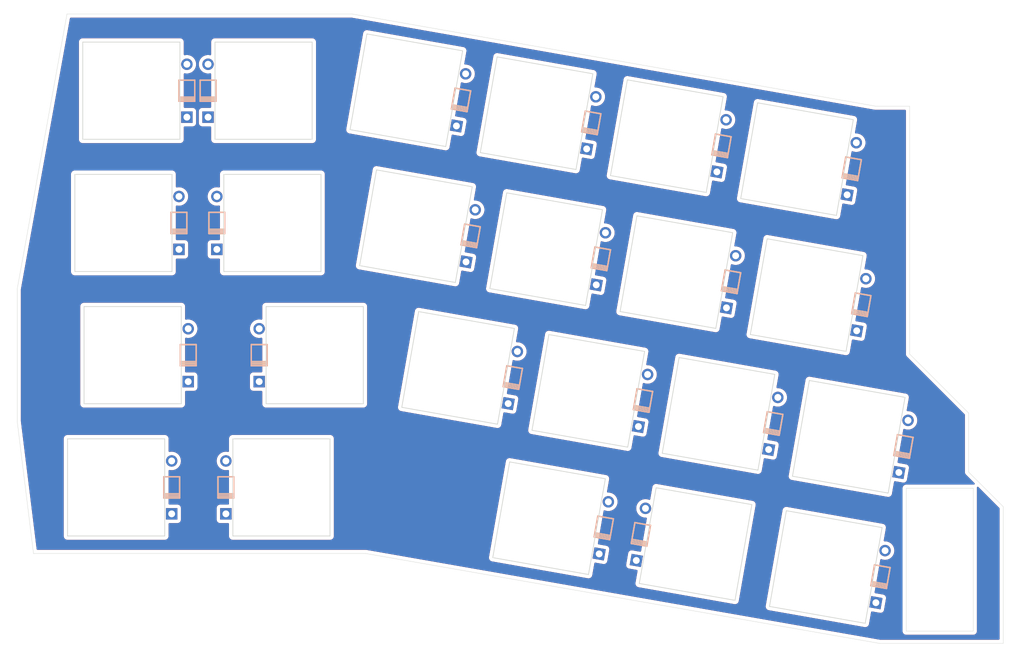
<source format=kicad_pcb>
(kicad_pcb (version 20171130) (host pcbnew 5.1.9)
  (layers (0 F.Cu signal) (31 B.Cu signal) (34 B.Paste user) (35 F.Paste user) (36 B.SilkS user) (37 F.SilkS user) (38 B.Mask user) (39 F.Mask user) (44 Edge.Cuts user))
  (net 0 "")
  (net 1 "Net-(D1-Pad2)")
  (net 2 "Net-(D2-Pad2)")
  (net 3 "Net-(D3-Pad2)")
  (net 4 "Net-(D5-Pad2)")
  (net 5 "Net-(D6-Pad2)")
  (net 6 "Net-(D7-Pad2)")
  (net 7 "Net-(D10-Pad2)")
  (net 8 "Net-(D11-Pad2)")
  (net 9 "Net-(D12-Pad2)")
  (net 10 "Net-(D15-Pad2)")
  (net 11 "Net-(D16-Pad2)")
  (net 12 "Net-(D17-Pad2)")
  (net 13 "Net-(D4-Pad2)")
  (net 14 "Net-(D8-Pad2)")
  (net 15 "Net-(D9-Pad2)")
  (net 16 "Net-(D13-Pad2)")
  (net 17 "Net-(D14-Pad2)")
  (net 18 "Net-(D18-Pad2)")
  (net 19 ROW0)
  (net 20 ROW1)
  (net 21 ROW2)
  (net 22 ROW3)
  (net 23 "Net-(D19-Pad2)")
  (net 24 "Net-(D20-Pad2)")
  (net 25 "Net-(D21-Pad2)")
  (net 26 "Net-(D22-Pad2)")
  (net 27 "Net-(D23-Pad2)")
  (module footprints:hole-switch (layer F.Cu) (at 16.5735 66.167)
    (fp_text reference SW13 hide)
    (fp_text value switch hide)
    (fp_line (start -7 7) (end -7 -7) (layer Edge.Cuts) (width 0.1))
    (fp_line (start 7 7) (end -7 7) (layer Edge.Cuts) (width 0.1))
    (fp_line (start 7 -7) (end 7 7) (layer Edge.Cuts) (width 0.1))
    (fp_line (start -7 -7) (end 7 -7) (layer Edge.Cuts) (width 0.1))
  )
  (module footprints:hole-switch (layer F.Cu) (at 76.5617 89.6569 350)
    (fp_text reference SW21 hide)
    (fp_text value switch hide)
    (fp_line (start -7 7) (end -7 -7) (layer Edge.Cuts) (width 0.1))
    (fp_line (start 7 7) (end -7 7) (layer Edge.Cuts) (width 0.1))
    (fp_line (start 7 -7) (end 7 7) (layer Edge.Cuts) (width 0.1))
    (fp_line (start -7 -7) (end 7 -7) (layer Edge.Cuts) (width 0.1))
  )
  (module footprints:hole-switch (layer F.Cu) (at 38.00475 85.217)
    (fp_text reference SW20 hide)
    (fp_text value switch hide)
    (fp_line (start -7 7) (end -7 -7) (layer Edge.Cuts) (width 0.1))
    (fp_line (start 7 7) (end -7 7) (layer Edge.Cuts) (width 0.1))
    (fp_line (start 7 -7) (end 7 7) (layer Edge.Cuts) (width 0.1))
    (fp_line (start -7 -7) (end 7 -7) (layer Edge.Cuts) (width 0.1))
  )
  (module footprints:hole-switch (layer F.Cu) (at 14.19225 85.217)
    (fp_text reference SW19 hide)
    (fp_text value switch hide)
    (fp_line (start -7 7) (end -7 -7) (layer Edge.Cuts) (width 0.1))
    (fp_line (start 7 7) (end -7 7) (layer Edge.Cuts) (width 0.1))
    (fp_line (start 7 -7) (end 7 7) (layer Edge.Cuts) (width 0.1))
    (fp_line (start -7 -7) (end 7 -7) (layer Edge.Cuts) (width 0.1))
  )
  (module footprints:hole-switch (layer F.Cu) (at 15.24 47.117)
    (fp_text reference SW7 hide)
    (fp_text value switch hide)
    (fp_line (start -7 7) (end -7 -7) (layer Edge.Cuts) (width 0.1))
    (fp_line (start 7 7) (end -7 7) (layer Edge.Cuts) (width 0.1))
    (fp_line (start 7 -7) (end 7 7) (layer Edge.Cuts) (width 0.1))
    (fp_line (start -7 -7) (end 7 -7) (layer Edge.Cuts) (width 0.1))
  )
  (module footprints:hole-switch (layer F.Cu) (at 36.703 47.117)
    (fp_text reference SW8 hide)
    (fp_text value switch hide)
    (fp_line (start -7 7) (end -7 -7) (layer Edge.Cuts) (width 0.1))
    (fp_line (start 7 7) (end -7 7) (layer Edge.Cuts) (width 0.1))
    (fp_line (start 7 -7) (end 7 7) (layer Edge.Cuts) (width 0.1))
    (fp_line (start -7 -7) (end 7 -7) (layer Edge.Cuts) (width 0.1))
  )
  (module footprints:hole-switch (layer F.Cu) (at 116.428063 96.686578 170)
    (fp_text reference SW23 hide)
    (fp_text value switch hide)
    (fp_line (start -7 7) (end -7 -7) (layer Edge.Cuts) (width 0.1))
    (fp_line (start 7 7) (end -7 7) (layer Edge.Cuts) (width 0.1))
    (fp_line (start 7 -7) (end 7 7) (layer Edge.Cuts) (width 0.1))
    (fp_line (start -7 -7) (end 7 -7) (layer Edge.Cuts) (width 0.1))
  )
  (module footprints:hole-switch (layer F.Cu) (at 119.736061 77.925991 350)
    (fp_text reference SW18 hide)
    (fp_text value switch hide)
    (fp_line (start -7 7) (end -7 -7) (layer Edge.Cuts) (width 0.1))
    (fp_line (start 7 7) (end -7 7) (layer Edge.Cuts) (width 0.1))
    (fp_line (start 7 -7) (end 7 7) (layer Edge.Cuts) (width 0.1))
    (fp_line (start -7 -7) (end 7 -7) (layer Edge.Cuts) (width 0.1))
  )
  (module footprints:hole-switch (layer F.Cu) (at 113.663861 57.511491 350)
    (fp_text reference SW12 hide)
    (fp_text value switch hide)
    (fp_line (start -7 7) (end -7 -7) (layer Edge.Cuts) (width 0.1))
    (fp_line (start 7 7) (end -7 7) (layer Edge.Cuts) (width 0.1))
    (fp_line (start 7 -7) (end 7 7) (layer Edge.Cuts) (width 0.1))
    (fp_line (start -7 -7) (end 7 -7) (layer Edge.Cuts) (width 0.1))
  )
  (module footprints:hole-switch (layer F.Cu) (at 112.281761 37.923991 350)
    (fp_text reference SW6 hide)
    (fp_text value switch hide)
    (fp_line (start -7 7) (end -7 -7) (layer Edge.Cuts) (width 0.1))
    (fp_line (start 7 7) (end -7 7) (layer Edge.Cuts) (width 0.1))
    (fp_line (start 7 -7) (end 7 7) (layer Edge.Cuts) (width 0.1))
    (fp_line (start -7 -7) (end 7 -7) (layer Edge.Cuts) (width 0.1))
  )
  (module footprints:hole-switch (layer F.Cu) (at 97.667476 93.378581 350)
    (fp_text reference SW22 hide)
    (fp_text value switch hide)
    (fp_line (start -7 7) (end -7 -7) (layer Edge.Cuts) (width 0.1))
    (fp_line (start 7 7) (end -7 7) (layer Edge.Cuts) (width 0.1))
    (fp_line (start 7 -7) (end 7 7) (layer Edge.Cuts) (width 0.1))
    (fp_line (start -7 -7) (end 7 -7) (layer Edge.Cuts) (width 0.1))
  )
  (module footprints:hole-switch (layer F.Cu) (at 100.975474 74.617994 350)
    (fp_text reference SW17 hide)
    (fp_text value switch hide)
    (fp_line (start -7 7) (end -7 -7) (layer Edge.Cuts) (width 0.1))
    (fp_line (start 7 7) (end -7 7) (layer Edge.Cuts) (width 0.1))
    (fp_line (start 7 -7) (end 7 7) (layer Edge.Cuts) (width 0.1))
    (fp_line (start -7 -7) (end 7 -7) (layer Edge.Cuts) (width 0.1))
  )
  (module footprints:hole-switch (layer F.Cu) (at 94.903274 54.203494 350)
    (fp_text reference SW11 hide)
    (fp_text value switch hide)
    (fp_line (start -7 7) (end -7 -7) (layer Edge.Cuts) (width 0.1))
    (fp_line (start 7 7) (end -7 7) (layer Edge.Cuts) (width 0.1))
    (fp_line (start 7 -7) (end 7 7) (layer Edge.Cuts) (width 0.1))
    (fp_line (start -7 -7) (end 7 -7) (layer Edge.Cuts) (width 0.1))
  )
  (module footprints:hole-switch (layer F.Cu) (at 93.521174 34.615994 350)
    (fp_text reference SW5 hide)
    (fp_text value switch hide)
    (fp_line (start -7 7) (end -7 -7) (layer Edge.Cuts) (width 0.1))
    (fp_line (start 7 7) (end -7 7) (layer Edge.Cuts) (width 0.1))
    (fp_line (start 7 -7) (end 7 7) (layer Edge.Cuts) (width 0.1))
    (fp_line (start -7 -7) (end 7 -7) (layer Edge.Cuts) (width 0.1))
  )
  (module footprints:hole-switch (layer F.Cu) (at 82.214887 71.309997 350)
    (fp_text reference SW16 hide)
    (fp_text value switch hide)
    (fp_line (start -7 7) (end -7 -7) (layer Edge.Cuts) (width 0.1))
    (fp_line (start 7 7) (end -7 7) (layer Edge.Cuts) (width 0.1))
    (fp_line (start 7 -7) (end 7 7) (layer Edge.Cuts) (width 0.1))
    (fp_line (start -7 -7) (end 7 -7) (layer Edge.Cuts) (width 0.1))
  )
  (module footprints:hole-switch (layer F.Cu) (at 76.142687 50.895497 350)
    (fp_text reference SW10 hide)
    (fp_text value switch hide)
    (fp_line (start -7 7) (end -7 -7) (layer Edge.Cuts) (width 0.1))
    (fp_line (start 7 7) (end -7 7) (layer Edge.Cuts) (width 0.1))
    (fp_line (start 7 -7) (end 7 7) (layer Edge.Cuts) (width 0.1))
    (fp_line (start -7 -7) (end 7 -7) (layer Edge.Cuts) (width 0.1))
  )
  (module footprints:hole-switch (layer F.Cu) (at 74.760587 31.307997 350)
    (fp_text reference SW4 hide)
    (fp_text value switch hide)
    (fp_line (start -7 7) (end -7 -7) (layer Edge.Cuts) (width 0.1))
    (fp_line (start 7 7) (end -7 7) (layer Edge.Cuts) (width 0.1))
    (fp_line (start 7 -7) (end 7 7) (layer Edge.Cuts) (width 0.1))
    (fp_line (start -7 -7) (end 7 -7) (layer Edge.Cuts) (width 0.1))
  )
  (module footprints:hole-switch (layer F.Cu) (at 63.4543 68.002 350)
    (fp_text reference SW15 hide)
    (fp_text value switch hide)
    (fp_line (start -7 7) (end -7 -7) (layer Edge.Cuts) (width 0.1))
    (fp_line (start 7 7) (end -7 7) (layer Edge.Cuts) (width 0.1))
    (fp_line (start 7 -7) (end 7 7) (layer Edge.Cuts) (width 0.1))
    (fp_line (start -7 -7) (end 7 -7) (layer Edge.Cuts) (width 0.1))
  )
  (module footprints:hole-switch (layer F.Cu) (at 57.3821 47.5875 350)
    (fp_text reference SW9 hide)
    (fp_text value switch hide)
    (fp_line (start -7 7) (end -7 -7) (layer Edge.Cuts) (width 0.1))
    (fp_line (start 7 7) (end -7 7) (layer Edge.Cuts) (width 0.1))
    (fp_line (start 7 -7) (end 7 7) (layer Edge.Cuts) (width 0.1))
    (fp_line (start -7 -7) (end 7 -7) (layer Edge.Cuts) (width 0.1))
  )
  (module footprints:hole-switch (layer F.Cu) (at 56 28 350)
    (fp_text reference SW3 hide)
    (fp_text value switch hide)
    (fp_line (start -7 7) (end -7 -7) (layer Edge.Cuts) (width 0.1))
    (fp_line (start 7 7) (end -7 7) (layer Edge.Cuts) (width 0.1))
    (fp_line (start 7 -7) (end 7 7) (layer Edge.Cuts) (width 0.1))
    (fp_line (start -7 -7) (end 7 -7) (layer Edge.Cuts) (width 0.1))
  )
  (module footprints:hole-switch (layer F.Cu) (at 42.799 66.167)
    (fp_text reference SW14 hide)
    (fp_text value switch hide)
    (fp_line (start -7 7) (end -7 -7) (layer Edge.Cuts) (width 0.1))
    (fp_line (start 7 7) (end -7 7) (layer Edge.Cuts) (width 0.1))
    (fp_line (start 7 -7) (end 7 7) (layer Edge.Cuts) (width 0.1))
    (fp_line (start -7 -7) (end 7 -7) (layer Edge.Cuts) (width 0.1))
  )
  (module footprints:hole-switch (layer F.Cu) (at 35.433 28.067)
    (fp_text reference SW2 hide)
    (fp_text value switch hide)
    (fp_line (start -7 7) (end -7 -7) (layer Edge.Cuts) (width 0.1))
    (fp_line (start 7 7) (end -7 7) (layer Edge.Cuts) (width 0.1))
    (fp_line (start 7 -7) (end 7 7) (layer Edge.Cuts) (width 0.1))
    (fp_line (start -7 -7) (end 7 -7) (layer Edge.Cuts) (width 0.1))
  )
  (module footprints:hole-switch (layer F.Cu) (at 16.383 28.067)
    (fp_text reference SW1 hide)
    (fp_text value switch hide)
    (fp_line (start -7 7) (end -7 -7) (layer Edge.Cuts) (width 0.1))
    (fp_line (start 7 7) (end -7 7) (layer Edge.Cuts) (width 0.1))
    (fp_line (start 7 -7) (end 7 7) (layer Edge.Cuts) (width 0.1))
    (fp_line (start -7 -7) (end 7 -7) (layer Edge.Cuts) (width 0.1))
  )
  (module footprints:diode (layer F.Cu) (at 124.306525 98.075763 350)
    (fp_text reference D23 hide)
    (fp_text value D hide)
    (fp_line (start -1.1 0.9) (end 1.1 0.9) (layer F.SilkS) (width 0.15))
    (fp_line (start 1.1 1.1) (end -1.1 1.1) (layer F.SilkS) (width 0.15))
    (fp_line (start 1 1.3) (end 1.1 1.3) (layer F.SilkS) (width 0.15))
    (fp_line (start 1.1 1.3) (end 1 1.3) (layer F.SilkS) (width 0.15))
    (fp_line (start -1.1 1.3) (end 1 1.3) (layer F.SilkS) (width 0.15))
    (fp_line (start -1.1 0.9) (end 1.1 0.9) (layer B.SilkS) (width 0.15))
    (fp_line (start 1.1 1.1) (end -1.1 1.1) (layer B.SilkS) (width 0.15))
    (fp_line (start 1 1.3) (end 1.1 1.3) (layer B.SilkS) (width 0.15))
    (fp_line (start 1.1 1.3) (end 1 1.3) (layer B.SilkS) (width 0.15))
    (fp_line (start -1.1 1.3) (end 1 1.3) (layer B.SilkS) (width 0.15))
    (fp_line (start 1.143 -1.524) (end 1.143 1.524) (layer F.SilkS) (width 0.2032))
    (fp_line (start 1.143 1.524) (end -1.143 1.524) (layer F.SilkS) (width 0.2032))
    (fp_line (start -1.143 1.524) (end -1.143 -1.524) (layer F.SilkS) (width 0.2032))
    (fp_line (start -1.143 -1.524) (end 1.143 -1.524) (layer F.SilkS) (width 0.2032))
    (fp_line (start 1.143 -1.524) (end 1.143 1.524) (layer B.SilkS) (width 0.2032))
    (fp_line (start 1.143 1.524) (end -1.143 1.524) (layer B.SilkS) (width 0.2032))
    (fp_line (start -1.143 1.524) (end -1.143 -1.524) (layer B.SilkS) (width 0.2032))
    (fp_line (start -1.143 -1.524) (end 1.143 -1.524) (layer B.SilkS) (width 0.2032))
    (pad 1 thru_hole rect (at 0 3.81 260) (size 1.651 1.651) (drill 0.9906) (layers *.Cu *.Mask) (net 22 ROW3))
    (pad 2 thru_hole circle (at 0 -3.81 260) (size 1.651 1.651) (drill 0.9906) (layers *.Cu *.Mask) (net 27 "Net-(D23-Pad2)"))
  )
  (module footprints:diode (layer F.Cu) (at 89.789013 91.989395 350)
    (fp_text reference D22 hide)
    (fp_text value D hide)
    (fp_line (start -1.1 0.9) (end 1.1 0.9) (layer F.SilkS) (width 0.15))
    (fp_line (start 1.1 1.1) (end -1.1 1.1) (layer F.SilkS) (width 0.15))
    (fp_line (start 1 1.3) (end 1.1 1.3) (layer F.SilkS) (width 0.15))
    (fp_line (start 1.1 1.3) (end 1 1.3) (layer F.SilkS) (width 0.15))
    (fp_line (start -1.1 1.3) (end 1 1.3) (layer F.SilkS) (width 0.15))
    (fp_line (start -1.1 0.9) (end 1.1 0.9) (layer B.SilkS) (width 0.15))
    (fp_line (start 1.1 1.1) (end -1.1 1.1) (layer B.SilkS) (width 0.15))
    (fp_line (start 1 1.3) (end 1.1 1.3) (layer B.SilkS) (width 0.15))
    (fp_line (start 1.1 1.3) (end 1 1.3) (layer B.SilkS) (width 0.15))
    (fp_line (start -1.1 1.3) (end 1 1.3) (layer B.SilkS) (width 0.15))
    (fp_line (start 1.143 -1.524) (end 1.143 1.524) (layer F.SilkS) (width 0.2032))
    (fp_line (start 1.143 1.524) (end -1.143 1.524) (layer F.SilkS) (width 0.2032))
    (fp_line (start -1.143 1.524) (end -1.143 -1.524) (layer F.SilkS) (width 0.2032))
    (fp_line (start -1.143 -1.524) (end 1.143 -1.524) (layer F.SilkS) (width 0.2032))
    (fp_line (start 1.143 -1.524) (end 1.143 1.524) (layer B.SilkS) (width 0.2032))
    (fp_line (start 1.143 1.524) (end -1.143 1.524) (layer B.SilkS) (width 0.2032))
    (fp_line (start -1.143 1.524) (end -1.143 -1.524) (layer B.SilkS) (width 0.2032))
    (fp_line (start -1.143 -1.524) (end 1.143 -1.524) (layer B.SilkS) (width 0.2032))
    (pad 1 thru_hole rect (at 0 3.81 260) (size 1.651 1.651) (drill 0.9906) (layers *.Cu *.Mask) (net 22 ROW3))
    (pad 2 thru_hole circle (at 0 -3.81 260) (size 1.651 1.651) (drill 0.9906) (layers *.Cu *.Mask) (net 26 "Net-(D22-Pad2)"))
  )
  (module footprints:diode (layer F.Cu) (at 84.440162 91.046085 350)
    (fp_text reference D21 hide)
    (fp_text value D hide)
    (fp_line (start -1.1 0.9) (end 1.1 0.9) (layer F.SilkS) (width 0.15))
    (fp_line (start 1.1 1.1) (end -1.1 1.1) (layer F.SilkS) (width 0.15))
    (fp_line (start 1 1.3) (end 1.1 1.3) (layer F.SilkS) (width 0.15))
    (fp_line (start 1.1 1.3) (end 1 1.3) (layer F.SilkS) (width 0.15))
    (fp_line (start -1.1 1.3) (end 1 1.3) (layer F.SilkS) (width 0.15))
    (fp_line (start -1.1 0.9) (end 1.1 0.9) (layer B.SilkS) (width 0.15))
    (fp_line (start 1.1 1.1) (end -1.1 1.1) (layer B.SilkS) (width 0.15))
    (fp_line (start 1 1.3) (end 1.1 1.3) (layer B.SilkS) (width 0.15))
    (fp_line (start 1.1 1.3) (end 1 1.3) (layer B.SilkS) (width 0.15))
    (fp_line (start -1.1 1.3) (end 1 1.3) (layer B.SilkS) (width 0.15))
    (fp_line (start 1.143 -1.524) (end 1.143 1.524) (layer F.SilkS) (width 0.2032))
    (fp_line (start 1.143 1.524) (end -1.143 1.524) (layer F.SilkS) (width 0.2032))
    (fp_line (start -1.143 1.524) (end -1.143 -1.524) (layer F.SilkS) (width 0.2032))
    (fp_line (start -1.143 -1.524) (end 1.143 -1.524) (layer F.SilkS) (width 0.2032))
    (fp_line (start 1.143 -1.524) (end 1.143 1.524) (layer B.SilkS) (width 0.2032))
    (fp_line (start 1.143 1.524) (end -1.143 1.524) (layer B.SilkS) (width 0.2032))
    (fp_line (start -1.143 1.524) (end -1.143 -1.524) (layer B.SilkS) (width 0.2032))
    (fp_line (start -1.143 -1.524) (end 1.143 -1.524) (layer B.SilkS) (width 0.2032))
    (pad 1 thru_hole rect (at 0 3.81 260) (size 1.651 1.651) (drill 0.9906) (layers *.Cu *.Mask) (net 22 ROW3))
    (pad 2 thru_hole circle (at 0 -3.81 260) (size 1.651 1.651) (drill 0.9906) (layers *.Cu *.Mask) (net 25 "Net-(D21-Pad2)"))
  )
  (module footprints:diode (layer F.Cu) (at 30.00475 85.217)
    (fp_text reference D20 hide)
    (fp_text value D hide)
    (fp_line (start -1.1 0.9) (end 1.1 0.9) (layer F.SilkS) (width 0.15))
    (fp_line (start 1.1 1.1) (end -1.1 1.1) (layer F.SilkS) (width 0.15))
    (fp_line (start 1 1.3) (end 1.1 1.3) (layer F.SilkS) (width 0.15))
    (fp_line (start 1.1 1.3) (end 1 1.3) (layer F.SilkS) (width 0.15))
    (fp_line (start -1.1 1.3) (end 1 1.3) (layer F.SilkS) (width 0.15))
    (fp_line (start -1.1 0.9) (end 1.1 0.9) (layer B.SilkS) (width 0.15))
    (fp_line (start 1.1 1.1) (end -1.1 1.1) (layer B.SilkS) (width 0.15))
    (fp_line (start 1 1.3) (end 1.1 1.3) (layer B.SilkS) (width 0.15))
    (fp_line (start 1.1 1.3) (end 1 1.3) (layer B.SilkS) (width 0.15))
    (fp_line (start -1.1 1.3) (end 1 1.3) (layer B.SilkS) (width 0.15))
    (fp_line (start 1.143 -1.524) (end 1.143 1.524) (layer F.SilkS) (width 0.2032))
    (fp_line (start 1.143 1.524) (end -1.143 1.524) (layer F.SilkS) (width 0.2032))
    (fp_line (start -1.143 1.524) (end -1.143 -1.524) (layer F.SilkS) (width 0.2032))
    (fp_line (start -1.143 -1.524) (end 1.143 -1.524) (layer F.SilkS) (width 0.2032))
    (fp_line (start 1.143 -1.524) (end 1.143 1.524) (layer B.SilkS) (width 0.2032))
    (fp_line (start 1.143 1.524) (end -1.143 1.524) (layer B.SilkS) (width 0.2032))
    (fp_line (start -1.143 1.524) (end -1.143 -1.524) (layer B.SilkS) (width 0.2032))
    (fp_line (start -1.143 -1.524) (end 1.143 -1.524) (layer B.SilkS) (width 0.2032))
    (pad 1 thru_hole rect (at 0 3.81 270) (size 1.651 1.651) (drill 0.9906) (layers *.Cu *.Mask) (net 22 ROW3))
    (pad 2 thru_hole circle (at 0 -3.81 270) (size 1.651 1.651) (drill 0.9906) (layers *.Cu *.Mask) (net 24 "Net-(D20-Pad2)"))
  )
  (module footprints:diode (layer F.Cu) (at 22.19225 85.217)
    (fp_text reference D19 hide)
    (fp_text value D hide)
    (fp_line (start -1.1 0.9) (end 1.1 0.9) (layer F.SilkS) (width 0.15))
    (fp_line (start 1.1 1.1) (end -1.1 1.1) (layer F.SilkS) (width 0.15))
    (fp_line (start 1 1.3) (end 1.1 1.3) (layer F.SilkS) (width 0.15))
    (fp_line (start 1.1 1.3) (end 1 1.3) (layer F.SilkS) (width 0.15))
    (fp_line (start -1.1 1.3) (end 1 1.3) (layer F.SilkS) (width 0.15))
    (fp_line (start -1.1 0.9) (end 1.1 0.9) (layer B.SilkS) (width 0.15))
    (fp_line (start 1.1 1.1) (end -1.1 1.1) (layer B.SilkS) (width 0.15))
    (fp_line (start 1 1.3) (end 1.1 1.3) (layer B.SilkS) (width 0.15))
    (fp_line (start 1.1 1.3) (end 1 1.3) (layer B.SilkS) (width 0.15))
    (fp_line (start -1.1 1.3) (end 1 1.3) (layer B.SilkS) (width 0.15))
    (fp_line (start 1.143 -1.524) (end 1.143 1.524) (layer F.SilkS) (width 0.2032))
    (fp_line (start 1.143 1.524) (end -1.143 1.524) (layer F.SilkS) (width 0.2032))
    (fp_line (start -1.143 1.524) (end -1.143 -1.524) (layer F.SilkS) (width 0.2032))
    (fp_line (start -1.143 -1.524) (end 1.143 -1.524) (layer F.SilkS) (width 0.2032))
    (fp_line (start 1.143 -1.524) (end 1.143 1.524) (layer B.SilkS) (width 0.2032))
    (fp_line (start 1.143 1.524) (end -1.143 1.524) (layer B.SilkS) (width 0.2032))
    (fp_line (start -1.143 1.524) (end -1.143 -1.524) (layer B.SilkS) (width 0.2032))
    (fp_line (start -1.143 -1.524) (end 1.143 -1.524) (layer B.SilkS) (width 0.2032))
    (pad 1 thru_hole rect (at 0 3.81 270) (size 1.651 1.651) (drill 0.9906) (layers *.Cu *.Mask) (net 22 ROW3))
    (pad 2 thru_hole circle (at 0 -3.81 270) (size 1.651 1.651) (drill 0.9906) (layers *.Cu *.Mask) (net 23 "Net-(D19-Pad2)"))
  )
  (module footprints:diode (layer F.Cu) (at 127.614523 79.315176 350)
    (fp_text reference D18 hide)
    (fp_text value D hide)
    (fp_line (start -1.1 0.9) (end 1.1 0.9) (layer F.SilkS) (width 0.15))
    (fp_line (start 1.1 1.1) (end -1.1 1.1) (layer F.SilkS) (width 0.15))
    (fp_line (start 1 1.3) (end 1.1 1.3) (layer F.SilkS) (width 0.15))
    (fp_line (start 1.1 1.3) (end 1 1.3) (layer F.SilkS) (width 0.15))
    (fp_line (start -1.1 1.3) (end 1 1.3) (layer F.SilkS) (width 0.15))
    (fp_line (start -1.1 0.9) (end 1.1 0.9) (layer B.SilkS) (width 0.15))
    (fp_line (start 1.1 1.1) (end -1.1 1.1) (layer B.SilkS) (width 0.15))
    (fp_line (start 1 1.3) (end 1.1 1.3) (layer B.SilkS) (width 0.15))
    (fp_line (start 1.1 1.3) (end 1 1.3) (layer B.SilkS) (width 0.15))
    (fp_line (start -1.1 1.3) (end 1 1.3) (layer B.SilkS) (width 0.15))
    (fp_line (start 1.143 -1.524) (end 1.143 1.524) (layer F.SilkS) (width 0.2032))
    (fp_line (start 1.143 1.524) (end -1.143 1.524) (layer F.SilkS) (width 0.2032))
    (fp_line (start -1.143 1.524) (end -1.143 -1.524) (layer F.SilkS) (width 0.2032))
    (fp_line (start -1.143 -1.524) (end 1.143 -1.524) (layer F.SilkS) (width 0.2032))
    (fp_line (start 1.143 -1.524) (end 1.143 1.524) (layer B.SilkS) (width 0.2032))
    (fp_line (start 1.143 1.524) (end -1.143 1.524) (layer B.SilkS) (width 0.2032))
    (fp_line (start -1.143 1.524) (end -1.143 -1.524) (layer B.SilkS) (width 0.2032))
    (fp_line (start -1.143 -1.524) (end 1.143 -1.524) (layer B.SilkS) (width 0.2032))
    (pad 1 thru_hole rect (at 0 3.81 260) (size 1.651 1.651) (drill 0.9906) (layers *.Cu *.Mask) (net 21 ROW2))
    (pad 2 thru_hole circle (at 0 -3.81 260) (size 1.651 1.651) (drill 0.9906) (layers *.Cu *.Mask) (net 18 "Net-(D18-Pad2)"))
  )
  (module footprints:diode (layer F.Cu) (at 108.853936 76.007179 350)
    (fp_text reference D17 hide)
    (fp_text value D hide)
    (fp_line (start -1.1 0.9) (end 1.1 0.9) (layer F.SilkS) (width 0.15))
    (fp_line (start 1.1 1.1) (end -1.1 1.1) (layer F.SilkS) (width 0.15))
    (fp_line (start 1 1.3) (end 1.1 1.3) (layer F.SilkS) (width 0.15))
    (fp_line (start 1.1 1.3) (end 1 1.3) (layer F.SilkS) (width 0.15))
    (fp_line (start -1.1 1.3) (end 1 1.3) (layer F.SilkS) (width 0.15))
    (fp_line (start -1.1 0.9) (end 1.1 0.9) (layer B.SilkS) (width 0.15))
    (fp_line (start 1.1 1.1) (end -1.1 1.1) (layer B.SilkS) (width 0.15))
    (fp_line (start 1 1.3) (end 1.1 1.3) (layer B.SilkS) (width 0.15))
    (fp_line (start 1.1 1.3) (end 1 1.3) (layer B.SilkS) (width 0.15))
    (fp_line (start -1.1 1.3) (end 1 1.3) (layer B.SilkS) (width 0.15))
    (fp_line (start 1.143 -1.524) (end 1.143 1.524) (layer F.SilkS) (width 0.2032))
    (fp_line (start 1.143 1.524) (end -1.143 1.524) (layer F.SilkS) (width 0.2032))
    (fp_line (start -1.143 1.524) (end -1.143 -1.524) (layer F.SilkS) (width 0.2032))
    (fp_line (start -1.143 -1.524) (end 1.143 -1.524) (layer F.SilkS) (width 0.2032))
    (fp_line (start 1.143 -1.524) (end 1.143 1.524) (layer B.SilkS) (width 0.2032))
    (fp_line (start 1.143 1.524) (end -1.143 1.524) (layer B.SilkS) (width 0.2032))
    (fp_line (start -1.143 1.524) (end -1.143 -1.524) (layer B.SilkS) (width 0.2032))
    (fp_line (start -1.143 -1.524) (end 1.143 -1.524) (layer B.SilkS) (width 0.2032))
    (pad 1 thru_hole rect (at 0 3.81 260) (size 1.651 1.651) (drill 0.9906) (layers *.Cu *.Mask) (net 21 ROW2))
    (pad 2 thru_hole circle (at 0 -3.81 260) (size 1.651 1.651) (drill 0.9906) (layers *.Cu *.Mask) (net 12 "Net-(D17-Pad2)"))
  )
  (module footprints:diode (layer F.Cu) (at 90.093349 72.699182 350)
    (fp_text reference D16 hide)
    (fp_text value D hide)
    (fp_line (start -1.1 0.9) (end 1.1 0.9) (layer F.SilkS) (width 0.15))
    (fp_line (start 1.1 1.1) (end -1.1 1.1) (layer F.SilkS) (width 0.15))
    (fp_line (start 1 1.3) (end 1.1 1.3) (layer F.SilkS) (width 0.15))
    (fp_line (start 1.1 1.3) (end 1 1.3) (layer F.SilkS) (width 0.15))
    (fp_line (start -1.1 1.3) (end 1 1.3) (layer F.SilkS) (width 0.15))
    (fp_line (start -1.1 0.9) (end 1.1 0.9) (layer B.SilkS) (width 0.15))
    (fp_line (start 1.1 1.1) (end -1.1 1.1) (layer B.SilkS) (width 0.15))
    (fp_line (start 1 1.3) (end 1.1 1.3) (layer B.SilkS) (width 0.15))
    (fp_line (start 1.1 1.3) (end 1 1.3) (layer B.SilkS) (width 0.15))
    (fp_line (start -1.1 1.3) (end 1 1.3) (layer B.SilkS) (width 0.15))
    (fp_line (start 1.143 -1.524) (end 1.143 1.524) (layer F.SilkS) (width 0.2032))
    (fp_line (start 1.143 1.524) (end -1.143 1.524) (layer F.SilkS) (width 0.2032))
    (fp_line (start -1.143 1.524) (end -1.143 -1.524) (layer F.SilkS) (width 0.2032))
    (fp_line (start -1.143 -1.524) (end 1.143 -1.524) (layer F.SilkS) (width 0.2032))
    (fp_line (start 1.143 -1.524) (end 1.143 1.524) (layer B.SilkS) (width 0.2032))
    (fp_line (start 1.143 1.524) (end -1.143 1.524) (layer B.SilkS) (width 0.2032))
    (fp_line (start -1.143 1.524) (end -1.143 -1.524) (layer B.SilkS) (width 0.2032))
    (fp_line (start -1.143 -1.524) (end 1.143 -1.524) (layer B.SilkS) (width 0.2032))
    (pad 1 thru_hole rect (at 0 3.81 260) (size 1.651 1.651) (drill 0.9906) (layers *.Cu *.Mask) (net 21 ROW2))
    (pad 2 thru_hole circle (at 0 -3.81 260) (size 1.651 1.651) (drill 0.9906) (layers *.Cu *.Mask) (net 11 "Net-(D16-Pad2)"))
  )
  (module footprints:diode (layer F.Cu) (at 71.332762 69.391185 350)
    (fp_text reference D15 hide)
    (fp_text value D hide)
    (fp_line (start -1.1 0.9) (end 1.1 0.9) (layer F.SilkS) (width 0.15))
    (fp_line (start 1.1 1.1) (end -1.1 1.1) (layer F.SilkS) (width 0.15))
    (fp_line (start 1 1.3) (end 1.1 1.3) (layer F.SilkS) (width 0.15))
    (fp_line (start 1.1 1.3) (end 1 1.3) (layer F.SilkS) (width 0.15))
    (fp_line (start -1.1 1.3) (end 1 1.3) (layer F.SilkS) (width 0.15))
    (fp_line (start -1.1 0.9) (end 1.1 0.9) (layer B.SilkS) (width 0.15))
    (fp_line (start 1.1 1.1) (end -1.1 1.1) (layer B.SilkS) (width 0.15))
    (fp_line (start 1 1.3) (end 1.1 1.3) (layer B.SilkS) (width 0.15))
    (fp_line (start 1.1 1.3) (end 1 1.3) (layer B.SilkS) (width 0.15))
    (fp_line (start -1.1 1.3) (end 1 1.3) (layer B.SilkS) (width 0.15))
    (fp_line (start 1.143 -1.524) (end 1.143 1.524) (layer F.SilkS) (width 0.2032))
    (fp_line (start 1.143 1.524) (end -1.143 1.524) (layer F.SilkS) (width 0.2032))
    (fp_line (start -1.143 1.524) (end -1.143 -1.524) (layer F.SilkS) (width 0.2032))
    (fp_line (start -1.143 -1.524) (end 1.143 -1.524) (layer F.SilkS) (width 0.2032))
    (fp_line (start 1.143 -1.524) (end 1.143 1.524) (layer B.SilkS) (width 0.2032))
    (fp_line (start 1.143 1.524) (end -1.143 1.524) (layer B.SilkS) (width 0.2032))
    (fp_line (start -1.143 1.524) (end -1.143 -1.524) (layer B.SilkS) (width 0.2032))
    (fp_line (start -1.143 -1.524) (end 1.143 -1.524) (layer B.SilkS) (width 0.2032))
    (pad 1 thru_hole rect (at 0 3.81 260) (size 1.651 1.651) (drill 0.9906) (layers *.Cu *.Mask) (net 21 ROW2))
    (pad 2 thru_hole circle (at 0 -3.81 260) (size 1.651 1.651) (drill 0.9906) (layers *.Cu *.Mask) (net 10 "Net-(D15-Pad2)"))
  )
  (module footprints:diode (layer F.Cu) (at 34.799 66.167)
    (fp_text reference D14 hide)
    (fp_text value D hide)
    (fp_line (start -1.1 0.9) (end 1.1 0.9) (layer F.SilkS) (width 0.15))
    (fp_line (start 1.1 1.1) (end -1.1 1.1) (layer F.SilkS) (width 0.15))
    (fp_line (start 1 1.3) (end 1.1 1.3) (layer F.SilkS) (width 0.15))
    (fp_line (start 1.1 1.3) (end 1 1.3) (layer F.SilkS) (width 0.15))
    (fp_line (start -1.1 1.3) (end 1 1.3) (layer F.SilkS) (width 0.15))
    (fp_line (start -1.1 0.9) (end 1.1 0.9) (layer B.SilkS) (width 0.15))
    (fp_line (start 1.1 1.1) (end -1.1 1.1) (layer B.SilkS) (width 0.15))
    (fp_line (start 1 1.3) (end 1.1 1.3) (layer B.SilkS) (width 0.15))
    (fp_line (start 1.1 1.3) (end 1 1.3) (layer B.SilkS) (width 0.15))
    (fp_line (start -1.1 1.3) (end 1 1.3) (layer B.SilkS) (width 0.15))
    (fp_line (start 1.143 -1.524) (end 1.143 1.524) (layer F.SilkS) (width 0.2032))
    (fp_line (start 1.143 1.524) (end -1.143 1.524) (layer F.SilkS) (width 0.2032))
    (fp_line (start -1.143 1.524) (end -1.143 -1.524) (layer F.SilkS) (width 0.2032))
    (fp_line (start -1.143 -1.524) (end 1.143 -1.524) (layer F.SilkS) (width 0.2032))
    (fp_line (start 1.143 -1.524) (end 1.143 1.524) (layer B.SilkS) (width 0.2032))
    (fp_line (start 1.143 1.524) (end -1.143 1.524) (layer B.SilkS) (width 0.2032))
    (fp_line (start -1.143 1.524) (end -1.143 -1.524) (layer B.SilkS) (width 0.2032))
    (fp_line (start -1.143 -1.524) (end 1.143 -1.524) (layer B.SilkS) (width 0.2032))
    (pad 1 thru_hole rect (at 0 3.81 270) (size 1.651 1.651) (drill 0.9906) (layers *.Cu *.Mask) (net 21 ROW2))
    (pad 2 thru_hole circle (at 0 -3.81 270) (size 1.651 1.651) (drill 0.9906) (layers *.Cu *.Mask) (net 17 "Net-(D14-Pad2)"))
  )
  (module footprints:diode (layer F.Cu) (at 24.5735 66.167)
    (fp_text reference D13 hide)
    (fp_text value D hide)
    (fp_line (start -1.1 0.9) (end 1.1 0.9) (layer F.SilkS) (width 0.15))
    (fp_line (start 1.1 1.1) (end -1.1 1.1) (layer F.SilkS) (width 0.15))
    (fp_line (start 1 1.3) (end 1.1 1.3) (layer F.SilkS) (width 0.15))
    (fp_line (start 1.1 1.3) (end 1 1.3) (layer F.SilkS) (width 0.15))
    (fp_line (start -1.1 1.3) (end 1 1.3) (layer F.SilkS) (width 0.15))
    (fp_line (start -1.1 0.9) (end 1.1 0.9) (layer B.SilkS) (width 0.15))
    (fp_line (start 1.1 1.1) (end -1.1 1.1) (layer B.SilkS) (width 0.15))
    (fp_line (start 1 1.3) (end 1.1 1.3) (layer B.SilkS) (width 0.15))
    (fp_line (start 1.1 1.3) (end 1 1.3) (layer B.SilkS) (width 0.15))
    (fp_line (start -1.1 1.3) (end 1 1.3) (layer B.SilkS) (width 0.15))
    (fp_line (start 1.143 -1.524) (end 1.143 1.524) (layer F.SilkS) (width 0.2032))
    (fp_line (start 1.143 1.524) (end -1.143 1.524) (layer F.SilkS) (width 0.2032))
    (fp_line (start -1.143 1.524) (end -1.143 -1.524) (layer F.SilkS) (width 0.2032))
    (fp_line (start -1.143 -1.524) (end 1.143 -1.524) (layer F.SilkS) (width 0.2032))
    (fp_line (start 1.143 -1.524) (end 1.143 1.524) (layer B.SilkS) (width 0.2032))
    (fp_line (start 1.143 1.524) (end -1.143 1.524) (layer B.SilkS) (width 0.2032))
    (fp_line (start -1.143 1.524) (end -1.143 -1.524) (layer B.SilkS) (width 0.2032))
    (fp_line (start -1.143 -1.524) (end 1.143 -1.524) (layer B.SilkS) (width 0.2032))
    (pad 1 thru_hole rect (at 0 3.81 270) (size 1.651 1.651) (drill 0.9906) (layers *.Cu *.Mask) (net 21 ROW2))
    (pad 2 thru_hole circle (at 0 -3.81 270) (size 1.651 1.651) (drill 0.9906) (layers *.Cu *.Mask) (net 16 "Net-(D13-Pad2)"))
  )
  (module footprints:diode (layer F.Cu) (at 121.542323 58.900676 350)
    (fp_text reference D12 hide)
    (fp_text value D hide)
    (fp_line (start -1.1 0.9) (end 1.1 0.9) (layer F.SilkS) (width 0.15))
    (fp_line (start 1.1 1.1) (end -1.1 1.1) (layer F.SilkS) (width 0.15))
    (fp_line (start 1 1.3) (end 1.1 1.3) (layer F.SilkS) (width 0.15))
    (fp_line (start 1.1 1.3) (end 1 1.3) (layer F.SilkS) (width 0.15))
    (fp_line (start -1.1 1.3) (end 1 1.3) (layer F.SilkS) (width 0.15))
    (fp_line (start -1.1 0.9) (end 1.1 0.9) (layer B.SilkS) (width 0.15))
    (fp_line (start 1.1 1.1) (end -1.1 1.1) (layer B.SilkS) (width 0.15))
    (fp_line (start 1 1.3) (end 1.1 1.3) (layer B.SilkS) (width 0.15))
    (fp_line (start 1.1 1.3) (end 1 1.3) (layer B.SilkS) (width 0.15))
    (fp_line (start -1.1 1.3) (end 1 1.3) (layer B.SilkS) (width 0.15))
    (fp_line (start 1.143 -1.524) (end 1.143 1.524) (layer F.SilkS) (width 0.2032))
    (fp_line (start 1.143 1.524) (end -1.143 1.524) (layer F.SilkS) (width 0.2032))
    (fp_line (start -1.143 1.524) (end -1.143 -1.524) (layer F.SilkS) (width 0.2032))
    (fp_line (start -1.143 -1.524) (end 1.143 -1.524) (layer F.SilkS) (width 0.2032))
    (fp_line (start 1.143 -1.524) (end 1.143 1.524) (layer B.SilkS) (width 0.2032))
    (fp_line (start 1.143 1.524) (end -1.143 1.524) (layer B.SilkS) (width 0.2032))
    (fp_line (start -1.143 1.524) (end -1.143 -1.524) (layer B.SilkS) (width 0.2032))
    (fp_line (start -1.143 -1.524) (end 1.143 -1.524) (layer B.SilkS) (width 0.2032))
    (pad 1 thru_hole rect (at 0 3.81 260) (size 1.651 1.651) (drill 0.9906) (layers *.Cu *.Mask) (net 20 ROW1))
    (pad 2 thru_hole circle (at 0 -3.81 260) (size 1.651 1.651) (drill 0.9906) (layers *.Cu *.Mask) (net 9 "Net-(D12-Pad2)"))
  )
  (module footprints:diode (layer F.Cu) (at 102.781736 55.592679 350)
    (fp_text reference D11 hide)
    (fp_text value D hide)
    (fp_line (start -1.1 0.9) (end 1.1 0.9) (layer F.SilkS) (width 0.15))
    (fp_line (start 1.1 1.1) (end -1.1 1.1) (layer F.SilkS) (width 0.15))
    (fp_line (start 1 1.3) (end 1.1 1.3) (layer F.SilkS) (width 0.15))
    (fp_line (start 1.1 1.3) (end 1 1.3) (layer F.SilkS) (width 0.15))
    (fp_line (start -1.1 1.3) (end 1 1.3) (layer F.SilkS) (width 0.15))
    (fp_line (start -1.1 0.9) (end 1.1 0.9) (layer B.SilkS) (width 0.15))
    (fp_line (start 1.1 1.1) (end -1.1 1.1) (layer B.SilkS) (width 0.15))
    (fp_line (start 1 1.3) (end 1.1 1.3) (layer B.SilkS) (width 0.15))
    (fp_line (start 1.1 1.3) (end 1 1.3) (layer B.SilkS) (width 0.15))
    (fp_line (start -1.1 1.3) (end 1 1.3) (layer B.SilkS) (width 0.15))
    (fp_line (start 1.143 -1.524) (end 1.143 1.524) (layer F.SilkS) (width 0.2032))
    (fp_line (start 1.143 1.524) (end -1.143 1.524) (layer F.SilkS) (width 0.2032))
    (fp_line (start -1.143 1.524) (end -1.143 -1.524) (layer F.SilkS) (width 0.2032))
    (fp_line (start -1.143 -1.524) (end 1.143 -1.524) (layer F.SilkS) (width 0.2032))
    (fp_line (start 1.143 -1.524) (end 1.143 1.524) (layer B.SilkS) (width 0.2032))
    (fp_line (start 1.143 1.524) (end -1.143 1.524) (layer B.SilkS) (width 0.2032))
    (fp_line (start -1.143 1.524) (end -1.143 -1.524) (layer B.SilkS) (width 0.2032))
    (fp_line (start -1.143 -1.524) (end 1.143 -1.524) (layer B.SilkS) (width 0.2032))
    (pad 1 thru_hole rect (at 0 3.81 260) (size 1.651 1.651) (drill 0.9906) (layers *.Cu *.Mask) (net 20 ROW1))
    (pad 2 thru_hole circle (at 0 -3.81 260) (size 1.651 1.651) (drill 0.9906) (layers *.Cu *.Mask) (net 8 "Net-(D11-Pad2)"))
  )
  (module footprints:diode (layer F.Cu) (at 84.021149 52.284682 350)
    (fp_text reference D10 hide)
    (fp_text value D hide)
    (fp_line (start -1.1 0.9) (end 1.1 0.9) (layer F.SilkS) (width 0.15))
    (fp_line (start 1.1 1.1) (end -1.1 1.1) (layer F.SilkS) (width 0.15))
    (fp_line (start 1 1.3) (end 1.1 1.3) (layer F.SilkS) (width 0.15))
    (fp_line (start 1.1 1.3) (end 1 1.3) (layer F.SilkS) (width 0.15))
    (fp_line (start -1.1 1.3) (end 1 1.3) (layer F.SilkS) (width 0.15))
    (fp_line (start -1.1 0.9) (end 1.1 0.9) (layer B.SilkS) (width 0.15))
    (fp_line (start 1.1 1.1) (end -1.1 1.1) (layer B.SilkS) (width 0.15))
    (fp_line (start 1 1.3) (end 1.1 1.3) (layer B.SilkS) (width 0.15))
    (fp_line (start 1.1 1.3) (end 1 1.3) (layer B.SilkS) (width 0.15))
    (fp_line (start -1.1 1.3) (end 1 1.3) (layer B.SilkS) (width 0.15))
    (fp_line (start 1.143 -1.524) (end 1.143 1.524) (layer F.SilkS) (width 0.2032))
    (fp_line (start 1.143 1.524) (end -1.143 1.524) (layer F.SilkS) (width 0.2032))
    (fp_line (start -1.143 1.524) (end -1.143 -1.524) (layer F.SilkS) (width 0.2032))
    (fp_line (start -1.143 -1.524) (end 1.143 -1.524) (layer F.SilkS) (width 0.2032))
    (fp_line (start 1.143 -1.524) (end 1.143 1.524) (layer B.SilkS) (width 0.2032))
    (fp_line (start 1.143 1.524) (end -1.143 1.524) (layer B.SilkS) (width 0.2032))
    (fp_line (start -1.143 1.524) (end -1.143 -1.524) (layer B.SilkS) (width 0.2032))
    (fp_line (start -1.143 -1.524) (end 1.143 -1.524) (layer B.SilkS) (width 0.2032))
    (pad 1 thru_hole rect (at 0 3.81 260) (size 1.651 1.651) (drill 0.9906) (layers *.Cu *.Mask) (net 20 ROW1))
    (pad 2 thru_hole circle (at 0 -3.81 260) (size 1.651 1.651) (drill 0.9906) (layers *.Cu *.Mask) (net 7 "Net-(D10-Pad2)"))
  )
  (module footprints:diode (layer F.Cu) (at 65.260562 48.976685 350)
    (fp_text reference D9 hide)
    (fp_text value D hide)
    (fp_line (start -1.1 0.9) (end 1.1 0.9) (layer F.SilkS) (width 0.15))
    (fp_line (start 1.1 1.1) (end -1.1 1.1) (layer F.SilkS) (width 0.15))
    (fp_line (start 1 1.3) (end 1.1 1.3) (layer F.SilkS) (width 0.15))
    (fp_line (start 1.1 1.3) (end 1 1.3) (layer F.SilkS) (width 0.15))
    (fp_line (start -1.1 1.3) (end 1 1.3) (layer F.SilkS) (width 0.15))
    (fp_line (start -1.1 0.9) (end 1.1 0.9) (layer B.SilkS) (width 0.15))
    (fp_line (start 1.1 1.1) (end -1.1 1.1) (layer B.SilkS) (width 0.15))
    (fp_line (start 1 1.3) (end 1.1 1.3) (layer B.SilkS) (width 0.15))
    (fp_line (start 1.1 1.3) (end 1 1.3) (layer B.SilkS) (width 0.15))
    (fp_line (start -1.1 1.3) (end 1 1.3) (layer B.SilkS) (width 0.15))
    (fp_line (start 1.143 -1.524) (end 1.143 1.524) (layer F.SilkS) (width 0.2032))
    (fp_line (start 1.143 1.524) (end -1.143 1.524) (layer F.SilkS) (width 0.2032))
    (fp_line (start -1.143 1.524) (end -1.143 -1.524) (layer F.SilkS) (width 0.2032))
    (fp_line (start -1.143 -1.524) (end 1.143 -1.524) (layer F.SilkS) (width 0.2032))
    (fp_line (start 1.143 -1.524) (end 1.143 1.524) (layer B.SilkS) (width 0.2032))
    (fp_line (start 1.143 1.524) (end -1.143 1.524) (layer B.SilkS) (width 0.2032))
    (fp_line (start -1.143 1.524) (end -1.143 -1.524) (layer B.SilkS) (width 0.2032))
    (fp_line (start -1.143 -1.524) (end 1.143 -1.524) (layer B.SilkS) (width 0.2032))
    (pad 1 thru_hole rect (at 0 3.81 260) (size 1.651 1.651) (drill 0.9906) (layers *.Cu *.Mask) (net 20 ROW1))
    (pad 2 thru_hole circle (at 0 -3.81 260) (size 1.651 1.651) (drill 0.9906) (layers *.Cu *.Mask) (net 15 "Net-(D9-Pad2)"))
  )
  (module footprints:diode (layer F.Cu) (at 28.703 47.117)
    (fp_text reference D8 hide)
    (fp_text value D hide)
    (fp_line (start -1.1 0.9) (end 1.1 0.9) (layer F.SilkS) (width 0.15))
    (fp_line (start 1.1 1.1) (end -1.1 1.1) (layer F.SilkS) (width 0.15))
    (fp_line (start 1 1.3) (end 1.1 1.3) (layer F.SilkS) (width 0.15))
    (fp_line (start 1.1 1.3) (end 1 1.3) (layer F.SilkS) (width 0.15))
    (fp_line (start -1.1 1.3) (end 1 1.3) (layer F.SilkS) (width 0.15))
    (fp_line (start -1.1 0.9) (end 1.1 0.9) (layer B.SilkS) (width 0.15))
    (fp_line (start 1.1 1.1) (end -1.1 1.1) (layer B.SilkS) (width 0.15))
    (fp_line (start 1 1.3) (end 1.1 1.3) (layer B.SilkS) (width 0.15))
    (fp_line (start 1.1 1.3) (end 1 1.3) (layer B.SilkS) (width 0.15))
    (fp_line (start -1.1 1.3) (end 1 1.3) (layer B.SilkS) (width 0.15))
    (fp_line (start 1.143 -1.524) (end 1.143 1.524) (layer F.SilkS) (width 0.2032))
    (fp_line (start 1.143 1.524) (end -1.143 1.524) (layer F.SilkS) (width 0.2032))
    (fp_line (start -1.143 1.524) (end -1.143 -1.524) (layer F.SilkS) (width 0.2032))
    (fp_line (start -1.143 -1.524) (end 1.143 -1.524) (layer F.SilkS) (width 0.2032))
    (fp_line (start 1.143 -1.524) (end 1.143 1.524) (layer B.SilkS) (width 0.2032))
    (fp_line (start 1.143 1.524) (end -1.143 1.524) (layer B.SilkS) (width 0.2032))
    (fp_line (start -1.143 1.524) (end -1.143 -1.524) (layer B.SilkS) (width 0.2032))
    (fp_line (start -1.143 -1.524) (end 1.143 -1.524) (layer B.SilkS) (width 0.2032))
    (pad 1 thru_hole rect (at 0 3.81 270) (size 1.651 1.651) (drill 0.9906) (layers *.Cu *.Mask) (net 20 ROW1))
    (pad 2 thru_hole circle (at 0 -3.81 270) (size 1.651 1.651) (drill 0.9906) (layers *.Cu *.Mask) (net 14 "Net-(D8-Pad2)"))
  )
  (module footprints:diode (layer F.Cu) (at 23.24 47.117)
    (fp_text reference D7 hide)
    (fp_text value D hide)
    (fp_line (start -1.1 0.9) (end 1.1 0.9) (layer F.SilkS) (width 0.15))
    (fp_line (start 1.1 1.1) (end -1.1 1.1) (layer F.SilkS) (width 0.15))
    (fp_line (start 1 1.3) (end 1.1 1.3) (layer F.SilkS) (width 0.15))
    (fp_line (start 1.1 1.3) (end 1 1.3) (layer F.SilkS) (width 0.15))
    (fp_line (start -1.1 1.3) (end 1 1.3) (layer F.SilkS) (width 0.15))
    (fp_line (start -1.1 0.9) (end 1.1 0.9) (layer B.SilkS) (width 0.15))
    (fp_line (start 1.1 1.1) (end -1.1 1.1) (layer B.SilkS) (width 0.15))
    (fp_line (start 1 1.3) (end 1.1 1.3) (layer B.SilkS) (width 0.15))
    (fp_line (start 1.1 1.3) (end 1 1.3) (layer B.SilkS) (width 0.15))
    (fp_line (start -1.1 1.3) (end 1 1.3) (layer B.SilkS) (width 0.15))
    (fp_line (start 1.143 -1.524) (end 1.143 1.524) (layer F.SilkS) (width 0.2032))
    (fp_line (start 1.143 1.524) (end -1.143 1.524) (layer F.SilkS) (width 0.2032))
    (fp_line (start -1.143 1.524) (end -1.143 -1.524) (layer F.SilkS) (width 0.2032))
    (fp_line (start -1.143 -1.524) (end 1.143 -1.524) (layer F.SilkS) (width 0.2032))
    (fp_line (start 1.143 -1.524) (end 1.143 1.524) (layer B.SilkS) (width 0.2032))
    (fp_line (start 1.143 1.524) (end -1.143 1.524) (layer B.SilkS) (width 0.2032))
    (fp_line (start -1.143 1.524) (end -1.143 -1.524) (layer B.SilkS) (width 0.2032))
    (fp_line (start -1.143 -1.524) (end 1.143 -1.524) (layer B.SilkS) (width 0.2032))
    (pad 1 thru_hole rect (at 0 3.81 270) (size 1.651 1.651) (drill 0.9906) (layers *.Cu *.Mask) (net 20 ROW1))
    (pad 2 thru_hole circle (at 0 -3.81 270) (size 1.651 1.651) (drill 0.9906) (layers *.Cu *.Mask) (net 6 "Net-(D7-Pad2)"))
  )
  (module footprints:diode (layer F.Cu) (at 120.160223 39.313176 350)
    (fp_text reference D6 hide)
    (fp_text value D hide)
    (fp_line (start -1.1 0.9) (end 1.1 0.9) (layer F.SilkS) (width 0.15))
    (fp_line (start 1.1 1.1) (end -1.1 1.1) (layer F.SilkS) (width 0.15))
    (fp_line (start 1 1.3) (end 1.1 1.3) (layer F.SilkS) (width 0.15))
    (fp_line (start 1.1 1.3) (end 1 1.3) (layer F.SilkS) (width 0.15))
    (fp_line (start -1.1 1.3) (end 1 1.3) (layer F.SilkS) (width 0.15))
    (fp_line (start -1.1 0.9) (end 1.1 0.9) (layer B.SilkS) (width 0.15))
    (fp_line (start 1.1 1.1) (end -1.1 1.1) (layer B.SilkS) (width 0.15))
    (fp_line (start 1 1.3) (end 1.1 1.3) (layer B.SilkS) (width 0.15))
    (fp_line (start 1.1 1.3) (end 1 1.3) (layer B.SilkS) (width 0.15))
    (fp_line (start -1.1 1.3) (end 1 1.3) (layer B.SilkS) (width 0.15))
    (fp_line (start 1.143 -1.524) (end 1.143 1.524) (layer F.SilkS) (width 0.2032))
    (fp_line (start 1.143 1.524) (end -1.143 1.524) (layer F.SilkS) (width 0.2032))
    (fp_line (start -1.143 1.524) (end -1.143 -1.524) (layer F.SilkS) (width 0.2032))
    (fp_line (start -1.143 -1.524) (end 1.143 -1.524) (layer F.SilkS) (width 0.2032))
    (fp_line (start 1.143 -1.524) (end 1.143 1.524) (layer B.SilkS) (width 0.2032))
    (fp_line (start 1.143 1.524) (end -1.143 1.524) (layer B.SilkS) (width 0.2032))
    (fp_line (start -1.143 1.524) (end -1.143 -1.524) (layer B.SilkS) (width 0.2032))
    (fp_line (start -1.143 -1.524) (end 1.143 -1.524) (layer B.SilkS) (width 0.2032))
    (pad 1 thru_hole rect (at 0 3.81 260) (size 1.651 1.651) (drill 0.9906) (layers *.Cu *.Mask) (net 19 ROW0))
    (pad 2 thru_hole circle (at 0 -3.81 260) (size 1.651 1.651) (drill 0.9906) (layers *.Cu *.Mask) (net 5 "Net-(D6-Pad2)"))
  )
  (module footprints:diode (layer F.Cu) (at 101.399636 36.005179 350)
    (fp_text reference D5 hide)
    (fp_text value D hide)
    (fp_line (start -1.1 0.9) (end 1.1 0.9) (layer F.SilkS) (width 0.15))
    (fp_line (start 1.1 1.1) (end -1.1 1.1) (layer F.SilkS) (width 0.15))
    (fp_line (start 1 1.3) (end 1.1 1.3) (layer F.SilkS) (width 0.15))
    (fp_line (start 1.1 1.3) (end 1 1.3) (layer F.SilkS) (width 0.15))
    (fp_line (start -1.1 1.3) (end 1 1.3) (layer F.SilkS) (width 0.15))
    (fp_line (start -1.1 0.9) (end 1.1 0.9) (layer B.SilkS) (width 0.15))
    (fp_line (start 1.1 1.1) (end -1.1 1.1) (layer B.SilkS) (width 0.15))
    (fp_line (start 1 1.3) (end 1.1 1.3) (layer B.SilkS) (width 0.15))
    (fp_line (start 1.1 1.3) (end 1 1.3) (layer B.SilkS) (width 0.15))
    (fp_line (start -1.1 1.3) (end 1 1.3) (layer B.SilkS) (width 0.15))
    (fp_line (start 1.143 -1.524) (end 1.143 1.524) (layer F.SilkS) (width 0.2032))
    (fp_line (start 1.143 1.524) (end -1.143 1.524) (layer F.SilkS) (width 0.2032))
    (fp_line (start -1.143 1.524) (end -1.143 -1.524) (layer F.SilkS) (width 0.2032))
    (fp_line (start -1.143 -1.524) (end 1.143 -1.524) (layer F.SilkS) (width 0.2032))
    (fp_line (start 1.143 -1.524) (end 1.143 1.524) (layer B.SilkS) (width 0.2032))
    (fp_line (start 1.143 1.524) (end -1.143 1.524) (layer B.SilkS) (width 0.2032))
    (fp_line (start -1.143 1.524) (end -1.143 -1.524) (layer B.SilkS) (width 0.2032))
    (fp_line (start -1.143 -1.524) (end 1.143 -1.524) (layer B.SilkS) (width 0.2032))
    (pad 1 thru_hole rect (at 0 3.81 260) (size 1.651 1.651) (drill 0.9906) (layers *.Cu *.Mask) (net 19 ROW0))
    (pad 2 thru_hole circle (at 0 -3.81 260) (size 1.651 1.651) (drill 0.9906) (layers *.Cu *.Mask) (net 4 "Net-(D5-Pad2)"))
  )
  (module footprints:diode (layer F.Cu) (at 82.639049 32.697182 350)
    (fp_text reference D4 hide)
    (fp_text value D hide)
    (fp_line (start -1.1 0.9) (end 1.1 0.9) (layer F.SilkS) (width 0.15))
    (fp_line (start 1.1 1.1) (end -1.1 1.1) (layer F.SilkS) (width 0.15))
    (fp_line (start 1 1.3) (end 1.1 1.3) (layer F.SilkS) (width 0.15))
    (fp_line (start 1.1 1.3) (end 1 1.3) (layer F.SilkS) (width 0.15))
    (fp_line (start -1.1 1.3) (end 1 1.3) (layer F.SilkS) (width 0.15))
    (fp_line (start -1.1 0.9) (end 1.1 0.9) (layer B.SilkS) (width 0.15))
    (fp_line (start 1.1 1.1) (end -1.1 1.1) (layer B.SilkS) (width 0.15))
    (fp_line (start 1 1.3) (end 1.1 1.3) (layer B.SilkS) (width 0.15))
    (fp_line (start 1.1 1.3) (end 1 1.3) (layer B.SilkS) (width 0.15))
    (fp_line (start -1.1 1.3) (end 1 1.3) (layer B.SilkS) (width 0.15))
    (fp_line (start 1.143 -1.524) (end 1.143 1.524) (layer F.SilkS) (width 0.2032))
    (fp_line (start 1.143 1.524) (end -1.143 1.524) (layer F.SilkS) (width 0.2032))
    (fp_line (start -1.143 1.524) (end -1.143 -1.524) (layer F.SilkS) (width 0.2032))
    (fp_line (start -1.143 -1.524) (end 1.143 -1.524) (layer F.SilkS) (width 0.2032))
    (fp_line (start 1.143 -1.524) (end 1.143 1.524) (layer B.SilkS) (width 0.2032))
    (fp_line (start 1.143 1.524) (end -1.143 1.524) (layer B.SilkS) (width 0.2032))
    (fp_line (start -1.143 1.524) (end -1.143 -1.524) (layer B.SilkS) (width 0.2032))
    (fp_line (start -1.143 -1.524) (end 1.143 -1.524) (layer B.SilkS) (width 0.2032))
    (pad 1 thru_hole rect (at 0 3.81 260) (size 1.651 1.651) (drill 0.9906) (layers *.Cu *.Mask) (net 19 ROW0))
    (pad 2 thru_hole circle (at 0 -3.81 260) (size 1.651 1.651) (drill 0.9906) (layers *.Cu *.Mask) (net 13 "Net-(D4-Pad2)"))
  )
  (module footprints:diode (layer F.Cu) (at 63.878462 29.389185 350)
    (fp_text reference D3 hide)
    (fp_text value D hide)
    (fp_line (start -1.1 0.9) (end 1.1 0.9) (layer F.SilkS) (width 0.15))
    (fp_line (start 1.1 1.1) (end -1.1 1.1) (layer F.SilkS) (width 0.15))
    (fp_line (start 1 1.3) (end 1.1 1.3) (layer F.SilkS) (width 0.15))
    (fp_line (start 1.1 1.3) (end 1 1.3) (layer F.SilkS) (width 0.15))
    (fp_line (start -1.1 1.3) (end 1 1.3) (layer F.SilkS) (width 0.15))
    (fp_line (start -1.1 0.9) (end 1.1 0.9) (layer B.SilkS) (width 0.15))
    (fp_line (start 1.1 1.1) (end -1.1 1.1) (layer B.SilkS) (width 0.15))
    (fp_line (start 1 1.3) (end 1.1 1.3) (layer B.SilkS) (width 0.15))
    (fp_line (start 1.1 1.3) (end 1 1.3) (layer B.SilkS) (width 0.15))
    (fp_line (start -1.1 1.3) (end 1 1.3) (layer B.SilkS) (width 0.15))
    (fp_line (start 1.143 -1.524) (end 1.143 1.524) (layer F.SilkS) (width 0.2032))
    (fp_line (start 1.143 1.524) (end -1.143 1.524) (layer F.SilkS) (width 0.2032))
    (fp_line (start -1.143 1.524) (end -1.143 -1.524) (layer F.SilkS) (width 0.2032))
    (fp_line (start -1.143 -1.524) (end 1.143 -1.524) (layer F.SilkS) (width 0.2032))
    (fp_line (start 1.143 -1.524) (end 1.143 1.524) (layer B.SilkS) (width 0.2032))
    (fp_line (start 1.143 1.524) (end -1.143 1.524) (layer B.SilkS) (width 0.2032))
    (fp_line (start -1.143 1.524) (end -1.143 -1.524) (layer B.SilkS) (width 0.2032))
    (fp_line (start -1.143 -1.524) (end 1.143 -1.524) (layer B.SilkS) (width 0.2032))
    (pad 1 thru_hole rect (at 0 3.81 260) (size 1.651 1.651) (drill 0.9906) (layers *.Cu *.Mask) (net 19 ROW0))
    (pad 2 thru_hole circle (at 0 -3.81 260) (size 1.651 1.651) (drill 0.9906) (layers *.Cu *.Mask) (net 3 "Net-(D3-Pad2)"))
  )
  (module footprints:diode (layer F.Cu) (at 27.433 28.067)
    (fp_text reference D2 hide)
    (fp_text value D hide)
    (fp_line (start -1.1 0.9) (end 1.1 0.9) (layer F.SilkS) (width 0.15))
    (fp_line (start 1.1 1.1) (end -1.1 1.1) (layer F.SilkS) (width 0.15))
    (fp_line (start 1 1.3) (end 1.1 1.3) (layer F.SilkS) (width 0.15))
    (fp_line (start 1.1 1.3) (end 1 1.3) (layer F.SilkS) (width 0.15))
    (fp_line (start -1.1 1.3) (end 1 1.3) (layer F.SilkS) (width 0.15))
    (fp_line (start -1.1 0.9) (end 1.1 0.9) (layer B.SilkS) (width 0.15))
    (fp_line (start 1.1 1.1) (end -1.1 1.1) (layer B.SilkS) (width 0.15))
    (fp_line (start 1 1.3) (end 1.1 1.3) (layer B.SilkS) (width 0.15))
    (fp_line (start 1.1 1.3) (end 1 1.3) (layer B.SilkS) (width 0.15))
    (fp_line (start -1.1 1.3) (end 1 1.3) (layer B.SilkS) (width 0.15))
    (fp_line (start 1.143 -1.524) (end 1.143 1.524) (layer F.SilkS) (width 0.2032))
    (fp_line (start 1.143 1.524) (end -1.143 1.524) (layer F.SilkS) (width 0.2032))
    (fp_line (start -1.143 1.524) (end -1.143 -1.524) (layer F.SilkS) (width 0.2032))
    (fp_line (start -1.143 -1.524) (end 1.143 -1.524) (layer F.SilkS) (width 0.2032))
    (fp_line (start 1.143 -1.524) (end 1.143 1.524) (layer B.SilkS) (width 0.2032))
    (fp_line (start 1.143 1.524) (end -1.143 1.524) (layer B.SilkS) (width 0.2032))
    (fp_line (start -1.143 1.524) (end -1.143 -1.524) (layer B.SilkS) (width 0.2032))
    (fp_line (start -1.143 -1.524) (end 1.143 -1.524) (layer B.SilkS) (width 0.2032))
    (pad 1 thru_hole rect (at 0 3.81 270) (size 1.651 1.651) (drill 0.9906) (layers *.Cu *.Mask) (net 19 ROW0))
    (pad 2 thru_hole circle (at 0 -3.81 270) (size 1.651 1.651) (drill 0.9906) (layers *.Cu *.Mask) (net 2 "Net-(D2-Pad2)"))
  )
  (module footprints:diode (layer F.Cu) (at 24.383 28.067)
    (fp_text reference D1 hide)
    (fp_text value D hide)
    (fp_line (start -1.1 0.9) (end 1.1 0.9) (layer F.SilkS) (width 0.15))
    (fp_line (start 1.1 1.1) (end -1.1 1.1) (layer F.SilkS) (width 0.15))
    (fp_line (start 1 1.3) (end 1.1 1.3) (layer F.SilkS) (width 0.15))
    (fp_line (start 1.1 1.3) (end 1 1.3) (layer F.SilkS) (width 0.15))
    (fp_line (start -1.1 1.3) (end 1 1.3) (layer F.SilkS) (width 0.15))
    (fp_line (start -1.1 0.9) (end 1.1 0.9) (layer B.SilkS) (width 0.15))
    (fp_line (start 1.1 1.1) (end -1.1 1.1) (layer B.SilkS) (width 0.15))
    (fp_line (start 1 1.3) (end 1.1 1.3) (layer B.SilkS) (width 0.15))
    (fp_line (start 1.1 1.3) (end 1 1.3) (layer B.SilkS) (width 0.15))
    (fp_line (start -1.1 1.3) (end 1 1.3) (layer B.SilkS) (width 0.15))
    (fp_line (start 1.143 -1.524) (end 1.143 1.524) (layer F.SilkS) (width 0.2032))
    (fp_line (start 1.143 1.524) (end -1.143 1.524) (layer F.SilkS) (width 0.2032))
    (fp_line (start -1.143 1.524) (end -1.143 -1.524) (layer F.SilkS) (width 0.2032))
    (fp_line (start -1.143 -1.524) (end 1.143 -1.524) (layer F.SilkS) (width 0.2032))
    (fp_line (start 1.143 -1.524) (end 1.143 1.524) (layer B.SilkS) (width 0.2032))
    (fp_line (start 1.143 1.524) (end -1.143 1.524) (layer B.SilkS) (width 0.2032))
    (fp_line (start -1.143 1.524) (end -1.143 -1.524) (layer B.SilkS) (width 0.2032))
    (fp_line (start -1.143 -1.524) (end 1.143 -1.524) (layer B.SilkS) (width 0.2032))
    (pad 1 thru_hole rect (at 0 3.81 270) (size 1.651 1.651) (drill 0.9906) (layers *.Cu *.Mask) (net 19 ROW0))
    (pad 2 thru_hole circle (at 0 -3.81 270) (size 1.651 1.651) (drill 0.9906) (layers *.Cu *.Mask) (net 1 "Net-(D1-Pad2)"))
  )
  (gr_line (start 128.016 105.918) (end 128.016 85.344) (layer Edge.Cuts) (width 0.05))
  (gr_line (start 137.668 105.918) (end 128.016 105.918) (layer Edge.Cuts) (width 0.05))
  (gr_line (start 137.668 85.344) (end 137.668 105.918) (layer Edge.Cuts) (width 0.05))
  (gr_line (start 128.016 85.344) (end 137.668 85.344) (layer Edge.Cuts) (width 0.05))
  (gr_line (start 128.5 30.2895) (end 128.5 66) (layer Edge.Cuts) (width 0.05))
  (gr_line (start 137 83) (end 142 88) (layer Edge.Cuts) (width 0.05))
  (gr_line (start 137 74.5) (end 137 83) (layer Edge.Cuts) (width 0.05))
  (gr_line (start 128.5 66) (end 137 74.5) (layer Edge.Cuts) (width 0.05))
  (gr_line (start 142 107.696) (end 142 88) (layer Edge.Cuts) (width 0.05))
  (gr_line (start 123.571 30.2895) (end 128.5 30.2895) (layer Edge.Cuts) (width 0.05))
  (gr_line (start -0.0635 56.642) (end -0.0635 75.692) (layer Edge.Cuts) (width 0.05))
  (gr_line (start 48.1965 17.018) (end 7.112 17.018) (layer Edge.Cuts) (width 0.05))
  (gr_line (start 123.571 30.2895) (end 48.1965 17.018) (layer Edge.Cuts) (width 0.05))
  (gr_line (start 124.206 107.696) (end 142 107.696) (layer Edge.Cuts) (width 0.05))
  (gr_line (start 50.165 94.742) (end 2.286 94.742) (layer Edge.Cuts) (width 0.05))
  (gr_line (start 124.206 107.696) (end 50.165 94.742) (layer Edge.Cuts) (width 0.05))
  (gr_line (start -0.0635 75.692) (end 2.286 94.742) (layer Edge.Cuts) (width 0.05))
  (gr_line (start 7.112 17.018) (end -0.0635 56.642) (layer Edge.Cuts) (width 0.05))
  (zone (net 0) (net_name "") (layer F.Cu) (connect_pads (clearance 0.508)) (min_thickness 0.254) (fill yes (arc_segments 32) (thermal_gap 0.508) (thermal_bridge_width 0.508))
    (polygon (pts (xy 145 109.22) (xy -2.54 109.22) (xy -2.54 15.24) (xy 145 15.24)))
  )
  (zone (net 0) (net_name "") (layer B.Cu) (connect_pads (clearance 0.508)) (min_thickness 0.254) (fill yes (arc_segments 32) (thermal_gap 0.508) (thermal_bridge_width 0.508))
    (polygon (pts (xy 145 109.22) (xy -2.54 109.22) (xy -2.54 15.24) (xy 145 15)))
  )
)
</source>
